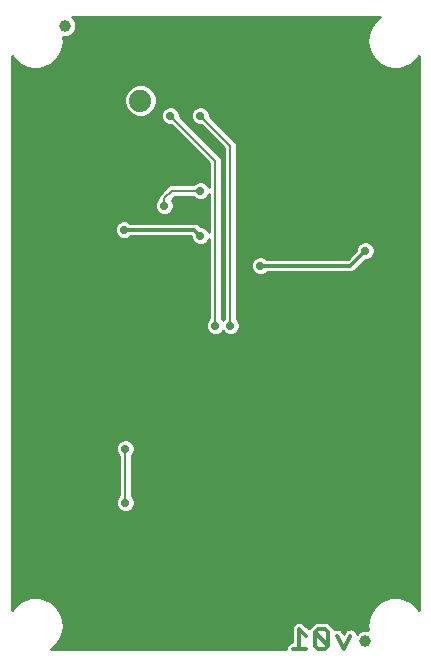
<source format=gbl>
G75*
%MOIN*%
%OFA0B0*%
%FSLAX25Y25*%
%IPPOS*%
%LPD*%
%AMOC8*
5,1,8,0,0,1.08239X$1,22.5*
%
%ADD10C,0.01200*%
%ADD11C,0.07400*%
%ADD12C,0.03937*%
%ADD13C,0.01000*%
%ADD14C,0.02900*%
%ADD15C,0.00700*%
D10*
X0214013Y0052100D02*
X0218550Y0052100D01*
X0216282Y0052100D02*
X0216282Y0058906D01*
X0218550Y0056637D01*
X0221379Y0057772D02*
X0221379Y0053234D01*
X0222514Y0052100D01*
X0224782Y0052100D01*
X0225916Y0053234D01*
X0221379Y0057772D01*
X0222514Y0058906D01*
X0224782Y0058906D01*
X0225916Y0057772D01*
X0225916Y0053234D01*
X0228746Y0056637D02*
X0231014Y0052100D01*
X0233283Y0056637D01*
X0233333Y0180000D02*
X0203333Y0180000D01*
X0183334Y0190000D02*
X0181334Y0192000D01*
X0157833Y0192000D01*
X0233333Y0180000D02*
X0238333Y0185000D01*
D11*
X0163334Y0234997D03*
D12*
X0138333Y0260000D03*
X0238333Y0055000D03*
D13*
X0120433Y0065117D02*
X0120433Y0249883D01*
X0121021Y0248865D01*
X0121021Y0248865D01*
X0123561Y0246734D01*
X0126676Y0245600D01*
X0129203Y0245600D01*
X0129991Y0245600D01*
X0133106Y0246734D01*
X0135645Y0248865D01*
X0137303Y0251735D01*
X0137303Y0251735D01*
X0137878Y0255000D01*
X0137644Y0256331D01*
X0139063Y0256331D01*
X0140411Y0256890D01*
X0141443Y0257922D01*
X0142002Y0259270D01*
X0142002Y0260730D01*
X0141443Y0262078D01*
X0140621Y0262900D01*
X0243124Y0262900D01*
X0241021Y0261135D01*
X0239364Y0258265D01*
X0239364Y0258265D01*
X0238788Y0255000D01*
X0239364Y0251735D01*
X0241021Y0248865D01*
X0241021Y0248865D01*
X0243561Y0246734D01*
X0246676Y0245600D01*
X0249991Y0245600D01*
X0253106Y0246734D01*
X0255645Y0248865D01*
X0256233Y0249883D01*
X0256233Y0065117D01*
X0255645Y0066135D01*
X0255645Y0066135D01*
X0253106Y0068266D01*
X0253106Y0068266D01*
X0249991Y0069400D01*
X0246676Y0069400D01*
X0243561Y0068266D01*
X0241021Y0066135D01*
X0239364Y0063265D01*
X0238788Y0060000D01*
X0239023Y0058668D01*
X0237604Y0058668D01*
X0236255Y0058110D01*
X0235476Y0057331D01*
X0235163Y0058268D01*
X0233459Y0059120D01*
X0231652Y0058518D01*
X0231014Y0057243D01*
X0230377Y0058518D01*
X0228569Y0059120D01*
X0228070Y0058871D01*
X0227082Y0059858D01*
X0225735Y0061206D01*
X0221561Y0061206D01*
X0220427Y0060071D01*
X0220427Y0060071D01*
X0219398Y0059042D01*
X0218582Y0059858D01*
X0217234Y0061206D01*
X0215329Y0061206D01*
X0213982Y0059858D01*
X0213982Y0054400D01*
X0213060Y0054400D01*
X0211713Y0053053D01*
X0211713Y0052100D01*
X0133542Y0052100D01*
X0135645Y0053865D01*
X0137303Y0056735D01*
X0137303Y0056735D01*
X0137878Y0060000D01*
X0137303Y0063265D01*
X0135645Y0066135D01*
X0135645Y0066135D01*
X0133106Y0068266D01*
X0133106Y0068266D01*
X0129991Y0069400D01*
X0126676Y0069400D01*
X0123561Y0068266D01*
X0123561Y0068266D01*
X0121021Y0066135D01*
X0120433Y0065117D01*
X0120433Y0065976D02*
X0120930Y0065976D01*
X0121021Y0066135D02*
X0121021Y0066135D01*
X0121021Y0066135D01*
X0120433Y0066975D02*
X0122022Y0066975D01*
X0123212Y0067973D02*
X0120433Y0067973D01*
X0120433Y0068972D02*
X0125499Y0068972D01*
X0120433Y0069970D02*
X0256233Y0069970D01*
X0256233Y0068972D02*
X0251167Y0068972D01*
X0253455Y0067973D02*
X0256233Y0067973D01*
X0256233Y0066975D02*
X0254645Y0066975D01*
X0255737Y0065976D02*
X0256233Y0065976D01*
X0256233Y0070969D02*
X0120433Y0070969D01*
X0120433Y0071967D02*
X0256233Y0071967D01*
X0256233Y0072966D02*
X0120433Y0072966D01*
X0120433Y0073964D02*
X0256233Y0073964D01*
X0256233Y0074963D02*
X0120433Y0074963D01*
X0120433Y0075961D02*
X0256233Y0075961D01*
X0256233Y0076960D02*
X0120433Y0076960D01*
X0120433Y0077958D02*
X0256233Y0077958D01*
X0256233Y0078957D02*
X0120433Y0078957D01*
X0120433Y0079955D02*
X0256233Y0079955D01*
X0256233Y0080954D02*
X0120433Y0080954D01*
X0120433Y0081952D02*
X0256233Y0081952D01*
X0256233Y0082951D02*
X0120433Y0082951D01*
X0120433Y0083949D02*
X0256233Y0083949D01*
X0256233Y0084948D02*
X0120433Y0084948D01*
X0120433Y0085946D02*
X0256233Y0085946D01*
X0256233Y0086945D02*
X0120433Y0086945D01*
X0120433Y0087943D02*
X0256233Y0087943D01*
X0256233Y0088942D02*
X0120433Y0088942D01*
X0120433Y0089940D02*
X0256233Y0089940D01*
X0256233Y0090939D02*
X0120433Y0090939D01*
X0120433Y0091937D02*
X0256233Y0091937D01*
X0256233Y0092936D02*
X0120433Y0092936D01*
X0120433Y0093934D02*
X0256233Y0093934D01*
X0256233Y0094933D02*
X0120433Y0094933D01*
X0120433Y0095932D02*
X0256233Y0095932D01*
X0256233Y0096930D02*
X0120433Y0096930D01*
X0120433Y0097929D02*
X0157517Y0097929D01*
X0157707Y0097850D02*
X0158960Y0097850D01*
X0160118Y0098330D01*
X0161004Y0099216D01*
X0161483Y0100373D01*
X0161483Y0101627D01*
X0161004Y0102784D01*
X0160383Y0103405D01*
X0160383Y0116595D01*
X0161004Y0117216D01*
X0161483Y0118373D01*
X0161483Y0119627D01*
X0161004Y0120784D01*
X0160118Y0121670D01*
X0158960Y0122150D01*
X0157707Y0122150D01*
X0156549Y0121670D01*
X0155663Y0120784D01*
X0155183Y0119627D01*
X0155183Y0118373D01*
X0155663Y0117216D01*
X0156283Y0116595D01*
X0156283Y0103405D01*
X0155663Y0102784D01*
X0155183Y0101627D01*
X0155183Y0100373D01*
X0155663Y0099216D01*
X0156549Y0098330D01*
X0157707Y0097850D01*
X0159150Y0097929D02*
X0256233Y0097929D01*
X0256233Y0098927D02*
X0160715Y0098927D01*
X0161298Y0099926D02*
X0256233Y0099926D01*
X0256233Y0100924D02*
X0161483Y0100924D01*
X0161361Y0101923D02*
X0256233Y0101923D01*
X0256233Y0102921D02*
X0160867Y0102921D01*
X0160383Y0103920D02*
X0256233Y0103920D01*
X0256233Y0104918D02*
X0160383Y0104918D01*
X0160383Y0105917D02*
X0256233Y0105917D01*
X0256233Y0106915D02*
X0160383Y0106915D01*
X0160383Y0107914D02*
X0256233Y0107914D01*
X0256233Y0108912D02*
X0160383Y0108912D01*
X0160383Y0109911D02*
X0256233Y0109911D01*
X0256233Y0110909D02*
X0160383Y0110909D01*
X0160383Y0111908D02*
X0256233Y0111908D01*
X0256233Y0112906D02*
X0160383Y0112906D01*
X0160383Y0113905D02*
X0256233Y0113905D01*
X0256233Y0114903D02*
X0160383Y0114903D01*
X0160383Y0115902D02*
X0256233Y0115902D01*
X0256233Y0116900D02*
X0160688Y0116900D01*
X0161287Y0117899D02*
X0256233Y0117899D01*
X0256233Y0118897D02*
X0161483Y0118897D01*
X0161372Y0119896D02*
X0256233Y0119896D01*
X0256233Y0120894D02*
X0160894Y0120894D01*
X0159581Y0121893D02*
X0256233Y0121893D01*
X0256233Y0122891D02*
X0120433Y0122891D01*
X0120433Y0121893D02*
X0157086Y0121893D01*
X0155773Y0120894D02*
X0120433Y0120894D01*
X0120433Y0119896D02*
X0155295Y0119896D01*
X0155183Y0118897D02*
X0120433Y0118897D01*
X0120433Y0117899D02*
X0155380Y0117899D01*
X0155978Y0116900D02*
X0120433Y0116900D01*
X0120433Y0115902D02*
X0156283Y0115902D01*
X0156283Y0114903D02*
X0120433Y0114903D01*
X0120433Y0113905D02*
X0156283Y0113905D01*
X0156283Y0112906D02*
X0120433Y0112906D01*
X0120433Y0111908D02*
X0156283Y0111908D01*
X0156283Y0110909D02*
X0120433Y0110909D01*
X0120433Y0109911D02*
X0156283Y0109911D01*
X0156283Y0108912D02*
X0120433Y0108912D01*
X0120433Y0107914D02*
X0156283Y0107914D01*
X0156283Y0106915D02*
X0120433Y0106915D01*
X0120433Y0105917D02*
X0156283Y0105917D01*
X0156283Y0104918D02*
X0120433Y0104918D01*
X0120433Y0103920D02*
X0156283Y0103920D01*
X0155800Y0102921D02*
X0120433Y0102921D01*
X0120433Y0101923D02*
X0155306Y0101923D01*
X0155183Y0100924D02*
X0120433Y0100924D01*
X0120433Y0099926D02*
X0155369Y0099926D01*
X0155951Y0098927D02*
X0120433Y0098927D01*
X0120433Y0123890D02*
X0256233Y0123890D01*
X0256233Y0124888D02*
X0120433Y0124888D01*
X0120433Y0125887D02*
X0256233Y0125887D01*
X0256233Y0126885D02*
X0120433Y0126885D01*
X0120433Y0127884D02*
X0256233Y0127884D01*
X0256233Y0128882D02*
X0120433Y0128882D01*
X0120433Y0129881D02*
X0256233Y0129881D01*
X0256233Y0130879D02*
X0120433Y0130879D01*
X0120433Y0131878D02*
X0256233Y0131878D01*
X0256233Y0132876D02*
X0120433Y0132876D01*
X0120433Y0133875D02*
X0256233Y0133875D01*
X0256233Y0134873D02*
X0120433Y0134873D01*
X0120433Y0135872D02*
X0256233Y0135872D01*
X0256233Y0136870D02*
X0120433Y0136870D01*
X0120433Y0137869D02*
X0256233Y0137869D01*
X0256233Y0138868D02*
X0120433Y0138868D01*
X0120433Y0139866D02*
X0256233Y0139866D01*
X0256233Y0140865D02*
X0120433Y0140865D01*
X0120433Y0141863D02*
X0256233Y0141863D01*
X0256233Y0142862D02*
X0120433Y0142862D01*
X0120433Y0143860D02*
X0256233Y0143860D01*
X0256233Y0144859D02*
X0120433Y0144859D01*
X0120433Y0145857D02*
X0256233Y0145857D01*
X0256233Y0146856D02*
X0120433Y0146856D01*
X0120433Y0147854D02*
X0256233Y0147854D01*
X0256233Y0148853D02*
X0120433Y0148853D01*
X0120433Y0149851D02*
X0256233Y0149851D01*
X0256233Y0150850D02*
X0120433Y0150850D01*
X0120433Y0151848D02*
X0256233Y0151848D01*
X0256233Y0152847D02*
X0120433Y0152847D01*
X0120433Y0153845D02*
X0256233Y0153845D01*
X0256233Y0154844D02*
X0120433Y0154844D01*
X0120433Y0155842D02*
X0256233Y0155842D01*
X0256233Y0156841D02*
X0120433Y0156841D01*
X0120433Y0157839D02*
X0186039Y0157839D01*
X0185663Y0158216D02*
X0186549Y0157330D01*
X0187707Y0156850D01*
X0188960Y0156850D01*
X0190118Y0157330D01*
X0190833Y0158045D01*
X0191549Y0157330D01*
X0192707Y0156850D01*
X0193960Y0156850D01*
X0195118Y0157330D01*
X0196004Y0158216D01*
X0196483Y0159373D01*
X0196483Y0160627D01*
X0196004Y0161784D01*
X0195383Y0162405D01*
X0195383Y0220849D01*
X0194182Y0222050D01*
X0186483Y0229749D01*
X0186483Y0230627D01*
X0186004Y0231784D01*
X0185118Y0232670D01*
X0183960Y0233150D01*
X0182707Y0233150D01*
X0181549Y0232670D01*
X0180663Y0231784D01*
X0180183Y0230627D01*
X0180183Y0229373D01*
X0180663Y0228216D01*
X0181549Y0227330D01*
X0182707Y0226850D01*
X0183584Y0226850D01*
X0191283Y0219151D01*
X0191283Y0162405D01*
X0190833Y0161955D01*
X0190383Y0162405D01*
X0190383Y0215849D01*
X0176483Y0229749D01*
X0176483Y0230627D01*
X0176004Y0231784D01*
X0175118Y0232670D01*
X0173960Y0233150D01*
X0172707Y0233150D01*
X0171549Y0232670D01*
X0170663Y0231784D01*
X0170183Y0230627D01*
X0170183Y0229373D01*
X0170663Y0228216D01*
X0171549Y0227330D01*
X0172707Y0226850D01*
X0173584Y0226850D01*
X0186283Y0214151D01*
X0186283Y0206107D01*
X0186004Y0206781D01*
X0185118Y0207667D01*
X0183960Y0208147D01*
X0182707Y0208147D01*
X0181549Y0207667D01*
X0180929Y0207047D01*
X0172985Y0207047D01*
X0170485Y0204547D01*
X0169284Y0203346D01*
X0169284Y0202402D01*
X0168663Y0201781D01*
X0168184Y0200623D01*
X0168184Y0199370D01*
X0168663Y0198213D01*
X0169549Y0197326D01*
X0170707Y0196847D01*
X0171960Y0196847D01*
X0173118Y0197326D01*
X0174004Y0198213D01*
X0174484Y0199370D01*
X0174484Y0200623D01*
X0174004Y0201781D01*
X0173761Y0202025D01*
X0174683Y0202947D01*
X0180929Y0202947D01*
X0181549Y0202326D01*
X0182707Y0201847D01*
X0183960Y0201847D01*
X0185118Y0202326D01*
X0186004Y0203213D01*
X0186283Y0203886D01*
X0186283Y0191110D01*
X0186004Y0191784D01*
X0185118Y0192670D01*
X0183960Y0193150D01*
X0183436Y0193150D01*
X0182286Y0194300D01*
X0159988Y0194300D01*
X0159618Y0194670D01*
X0158460Y0195150D01*
X0157207Y0195150D01*
X0156049Y0194670D01*
X0155163Y0193784D01*
X0154683Y0192627D01*
X0154683Y0191373D01*
X0155163Y0190216D01*
X0156049Y0189330D01*
X0157207Y0188850D01*
X0158460Y0188850D01*
X0159618Y0189330D01*
X0159988Y0189700D01*
X0180184Y0189700D01*
X0180184Y0189373D01*
X0180663Y0188216D01*
X0181549Y0187330D01*
X0182707Y0186850D01*
X0183960Y0186850D01*
X0185118Y0187330D01*
X0186004Y0188216D01*
X0186283Y0188889D01*
X0186283Y0162405D01*
X0185663Y0161784D01*
X0185183Y0160627D01*
X0185183Y0159373D01*
X0185663Y0158216D01*
X0185405Y0158838D02*
X0120433Y0158838D01*
X0120433Y0159836D02*
X0185183Y0159836D01*
X0185270Y0160835D02*
X0120433Y0160835D01*
X0120433Y0161833D02*
X0185712Y0161833D01*
X0186283Y0162832D02*
X0120433Y0162832D01*
X0120433Y0163830D02*
X0186283Y0163830D01*
X0186283Y0164829D02*
X0120433Y0164829D01*
X0120433Y0165827D02*
X0186283Y0165827D01*
X0186283Y0166826D02*
X0120433Y0166826D01*
X0120433Y0167824D02*
X0186283Y0167824D01*
X0186283Y0168823D02*
X0120433Y0168823D01*
X0120433Y0169821D02*
X0186283Y0169821D01*
X0186283Y0170820D02*
X0120433Y0170820D01*
X0120433Y0171818D02*
X0186283Y0171818D01*
X0186283Y0172817D02*
X0120433Y0172817D01*
X0120433Y0173815D02*
X0186283Y0173815D01*
X0186283Y0174814D02*
X0120433Y0174814D01*
X0120433Y0175812D02*
X0186283Y0175812D01*
X0186283Y0176811D02*
X0120433Y0176811D01*
X0120433Y0177809D02*
X0186283Y0177809D01*
X0186283Y0178808D02*
X0120433Y0178808D01*
X0120433Y0179806D02*
X0186283Y0179806D01*
X0186283Y0180805D02*
X0120433Y0180805D01*
X0120433Y0181803D02*
X0186283Y0181803D01*
X0186283Y0182802D02*
X0120433Y0182802D01*
X0120433Y0183801D02*
X0186283Y0183801D01*
X0186283Y0184799D02*
X0120433Y0184799D01*
X0120433Y0185798D02*
X0186283Y0185798D01*
X0186283Y0186796D02*
X0120433Y0186796D01*
X0120433Y0187795D02*
X0181084Y0187795D01*
X0180424Y0188793D02*
X0120433Y0188793D01*
X0120433Y0189792D02*
X0155587Y0189792D01*
X0154925Y0190790D02*
X0120433Y0190790D01*
X0120433Y0191789D02*
X0154683Y0191789D01*
X0154750Y0192787D02*
X0120433Y0192787D01*
X0120433Y0193786D02*
X0155164Y0193786D01*
X0156324Y0194784D02*
X0120433Y0194784D01*
X0120433Y0195783D02*
X0186283Y0195783D01*
X0186283Y0196781D02*
X0120433Y0196781D01*
X0120433Y0197780D02*
X0169096Y0197780D01*
X0168429Y0198778D02*
X0120433Y0198778D01*
X0120433Y0199777D02*
X0168184Y0199777D01*
X0168247Y0200775D02*
X0120433Y0200775D01*
X0120433Y0201774D02*
X0168660Y0201774D01*
X0169284Y0202772D02*
X0120433Y0202772D01*
X0120433Y0203771D02*
X0169708Y0203771D01*
X0170707Y0204769D02*
X0120433Y0204769D01*
X0120433Y0205768D02*
X0171705Y0205768D01*
X0172704Y0206766D02*
X0120433Y0206766D01*
X0120433Y0207765D02*
X0181785Y0207765D01*
X0184883Y0207765D02*
X0186283Y0207765D01*
X0186283Y0208763D02*
X0120433Y0208763D01*
X0120433Y0209762D02*
X0186283Y0209762D01*
X0186283Y0210760D02*
X0120433Y0210760D01*
X0120433Y0211759D02*
X0186283Y0211759D01*
X0186283Y0212757D02*
X0120433Y0212757D01*
X0120433Y0213756D02*
X0186283Y0213756D01*
X0185680Y0214754D02*
X0120433Y0214754D01*
X0120433Y0215753D02*
X0184681Y0215753D01*
X0183683Y0216751D02*
X0120433Y0216751D01*
X0120433Y0217750D02*
X0182684Y0217750D01*
X0181686Y0218748D02*
X0120433Y0218748D01*
X0120433Y0219747D02*
X0180687Y0219747D01*
X0179689Y0220745D02*
X0120433Y0220745D01*
X0120433Y0221744D02*
X0178690Y0221744D01*
X0177692Y0222742D02*
X0120433Y0222742D01*
X0120433Y0223741D02*
X0176693Y0223741D01*
X0175695Y0224739D02*
X0120433Y0224739D01*
X0120433Y0225738D02*
X0174696Y0225738D01*
X0173698Y0226737D02*
X0120433Y0226737D01*
X0120433Y0227735D02*
X0171144Y0227735D01*
X0170448Y0228734D02*
X0120433Y0228734D01*
X0120433Y0229732D02*
X0161933Y0229732D01*
X0162260Y0229597D02*
X0164408Y0229597D01*
X0166393Y0230419D01*
X0167912Y0231938D01*
X0168734Y0233923D01*
X0168734Y0236071D01*
X0167912Y0238056D01*
X0166393Y0239575D01*
X0164408Y0240397D01*
X0162260Y0240397D01*
X0160275Y0239575D01*
X0158756Y0238056D01*
X0157934Y0236071D01*
X0157934Y0233923D01*
X0158756Y0231938D01*
X0160275Y0230419D01*
X0162260Y0229597D01*
X0164734Y0229732D02*
X0170183Y0229732D01*
X0170226Y0230731D02*
X0166704Y0230731D01*
X0167703Y0231729D02*
X0170640Y0231729D01*
X0171687Y0232728D02*
X0168239Y0232728D01*
X0168652Y0233726D02*
X0256233Y0233726D01*
X0256233Y0232728D02*
X0184980Y0232728D01*
X0186027Y0231729D02*
X0256233Y0231729D01*
X0256233Y0230731D02*
X0186440Y0230731D01*
X0186500Y0229732D02*
X0256233Y0229732D01*
X0256233Y0228734D02*
X0187499Y0228734D01*
X0188497Y0227735D02*
X0256233Y0227735D01*
X0256233Y0226737D02*
X0189496Y0226737D01*
X0190494Y0225738D02*
X0256233Y0225738D01*
X0256233Y0224739D02*
X0191493Y0224739D01*
X0192491Y0223741D02*
X0256233Y0223741D01*
X0256233Y0222742D02*
X0193490Y0222742D01*
X0194489Y0221744D02*
X0256233Y0221744D01*
X0256233Y0220745D02*
X0195383Y0220745D01*
X0195383Y0219747D02*
X0256233Y0219747D01*
X0256233Y0218748D02*
X0195383Y0218748D01*
X0195383Y0217750D02*
X0256233Y0217750D01*
X0256233Y0216751D02*
X0195383Y0216751D01*
X0195383Y0215753D02*
X0256233Y0215753D01*
X0256233Y0214754D02*
X0195383Y0214754D01*
X0195383Y0213756D02*
X0256233Y0213756D01*
X0256233Y0212757D02*
X0195383Y0212757D01*
X0195383Y0211759D02*
X0256233Y0211759D01*
X0256233Y0210760D02*
X0195383Y0210760D01*
X0195383Y0209762D02*
X0256233Y0209762D01*
X0256233Y0208763D02*
X0195383Y0208763D01*
X0195383Y0207765D02*
X0256233Y0207765D01*
X0256233Y0206766D02*
X0195383Y0206766D01*
X0195383Y0205768D02*
X0256233Y0205768D01*
X0256233Y0204769D02*
X0195383Y0204769D01*
X0195383Y0203771D02*
X0256233Y0203771D01*
X0256233Y0202772D02*
X0195383Y0202772D01*
X0195383Y0201774D02*
X0256233Y0201774D01*
X0256233Y0200775D02*
X0195383Y0200775D01*
X0195383Y0199777D02*
X0256233Y0199777D01*
X0256233Y0198778D02*
X0195383Y0198778D01*
X0195383Y0197780D02*
X0256233Y0197780D01*
X0256233Y0196781D02*
X0195383Y0196781D01*
X0195383Y0195783D02*
X0256233Y0195783D01*
X0256233Y0194784D02*
X0195383Y0194784D01*
X0195383Y0193786D02*
X0256233Y0193786D01*
X0256233Y0192787D02*
X0195383Y0192787D01*
X0195383Y0191789D02*
X0256233Y0191789D01*
X0256233Y0190790D02*
X0195383Y0190790D01*
X0195383Y0189792D02*
X0256233Y0189792D01*
X0256233Y0188793D02*
X0195383Y0188793D01*
X0195383Y0187795D02*
X0236849Y0187795D01*
X0236549Y0187670D02*
X0235663Y0186784D01*
X0235183Y0185627D01*
X0235183Y0185103D01*
X0232381Y0182300D01*
X0205488Y0182300D01*
X0205118Y0182670D01*
X0203960Y0183150D01*
X0202707Y0183150D01*
X0201549Y0182670D01*
X0200663Y0181784D01*
X0200183Y0180627D01*
X0200183Y0179373D01*
X0200663Y0178216D01*
X0201549Y0177330D01*
X0202707Y0176850D01*
X0203960Y0176850D01*
X0205118Y0177330D01*
X0205488Y0177700D01*
X0234286Y0177700D01*
X0238436Y0181850D01*
X0238960Y0181850D01*
X0240118Y0182330D01*
X0241004Y0183216D01*
X0241483Y0184373D01*
X0241483Y0185627D01*
X0241004Y0186784D01*
X0240118Y0187670D01*
X0238960Y0188150D01*
X0237707Y0188150D01*
X0236549Y0187670D01*
X0235675Y0186796D02*
X0195383Y0186796D01*
X0195383Y0185798D02*
X0235254Y0185798D01*
X0234880Y0184799D02*
X0195383Y0184799D01*
X0195383Y0183801D02*
X0233881Y0183801D01*
X0232883Y0182802D02*
X0204800Y0182802D01*
X0201867Y0182802D02*
X0195383Y0182802D01*
X0195383Y0181803D02*
X0200682Y0181803D01*
X0200257Y0180805D02*
X0195383Y0180805D01*
X0195383Y0179806D02*
X0200183Y0179806D01*
X0200418Y0178808D02*
X0195383Y0178808D01*
X0195383Y0177809D02*
X0201069Y0177809D01*
X0195383Y0176811D02*
X0256233Y0176811D01*
X0256233Y0177809D02*
X0234395Y0177809D01*
X0235394Y0178808D02*
X0256233Y0178808D01*
X0256233Y0179806D02*
X0236392Y0179806D01*
X0237391Y0180805D02*
X0256233Y0180805D01*
X0256233Y0181803D02*
X0238390Y0181803D01*
X0240590Y0182802D02*
X0256233Y0182802D01*
X0256233Y0183801D02*
X0241246Y0183801D01*
X0241483Y0184799D02*
X0256233Y0184799D01*
X0256233Y0185798D02*
X0241413Y0185798D01*
X0240992Y0186796D02*
X0256233Y0186796D01*
X0256233Y0187795D02*
X0239818Y0187795D01*
X0256233Y0175812D02*
X0195383Y0175812D01*
X0195383Y0174814D02*
X0256233Y0174814D01*
X0256233Y0173815D02*
X0195383Y0173815D01*
X0195383Y0172817D02*
X0256233Y0172817D01*
X0256233Y0171818D02*
X0195383Y0171818D01*
X0195383Y0170820D02*
X0256233Y0170820D01*
X0256233Y0169821D02*
X0195383Y0169821D01*
X0195383Y0168823D02*
X0256233Y0168823D01*
X0256233Y0167824D02*
X0195383Y0167824D01*
X0195383Y0166826D02*
X0256233Y0166826D01*
X0256233Y0165827D02*
X0195383Y0165827D01*
X0195383Y0164829D02*
X0256233Y0164829D01*
X0256233Y0163830D02*
X0195383Y0163830D01*
X0195383Y0162832D02*
X0256233Y0162832D01*
X0256233Y0161833D02*
X0195955Y0161833D01*
X0196397Y0160835D02*
X0256233Y0160835D01*
X0256233Y0159836D02*
X0196483Y0159836D01*
X0196261Y0158838D02*
X0256233Y0158838D01*
X0256233Y0157839D02*
X0195627Y0157839D01*
X0191039Y0157839D02*
X0190627Y0157839D01*
X0190383Y0162832D02*
X0191283Y0162832D01*
X0191283Y0163830D02*
X0190383Y0163830D01*
X0190383Y0164829D02*
X0191283Y0164829D01*
X0191283Y0165827D02*
X0190383Y0165827D01*
X0190383Y0166826D02*
X0191283Y0166826D01*
X0191283Y0167824D02*
X0190383Y0167824D01*
X0190383Y0168823D02*
X0191283Y0168823D01*
X0191283Y0169821D02*
X0190383Y0169821D01*
X0190383Y0170820D02*
X0191283Y0170820D01*
X0191283Y0171818D02*
X0190383Y0171818D01*
X0190383Y0172817D02*
X0191283Y0172817D01*
X0191283Y0173815D02*
X0190383Y0173815D01*
X0190383Y0174814D02*
X0191283Y0174814D01*
X0191283Y0175812D02*
X0190383Y0175812D01*
X0190383Y0176811D02*
X0191283Y0176811D01*
X0191283Y0177809D02*
X0190383Y0177809D01*
X0190383Y0178808D02*
X0191283Y0178808D01*
X0191283Y0179806D02*
X0190383Y0179806D01*
X0190383Y0180805D02*
X0191283Y0180805D01*
X0191283Y0181803D02*
X0190383Y0181803D01*
X0190383Y0182802D02*
X0191283Y0182802D01*
X0191283Y0183801D02*
X0190383Y0183801D01*
X0190383Y0184799D02*
X0191283Y0184799D01*
X0191283Y0185798D02*
X0190383Y0185798D01*
X0190383Y0186796D02*
X0191283Y0186796D01*
X0191283Y0187795D02*
X0190383Y0187795D01*
X0190383Y0188793D02*
X0191283Y0188793D01*
X0191283Y0189792D02*
X0190383Y0189792D01*
X0190383Y0190790D02*
X0191283Y0190790D01*
X0191283Y0191789D02*
X0190383Y0191789D01*
X0190383Y0192787D02*
X0191283Y0192787D01*
X0191283Y0193786D02*
X0190383Y0193786D01*
X0190383Y0194784D02*
X0191283Y0194784D01*
X0191283Y0195783D02*
X0190383Y0195783D01*
X0190383Y0196781D02*
X0191283Y0196781D01*
X0191283Y0197780D02*
X0190383Y0197780D01*
X0190383Y0198778D02*
X0191283Y0198778D01*
X0191283Y0199777D02*
X0190383Y0199777D01*
X0190383Y0200775D02*
X0191283Y0200775D01*
X0191283Y0201774D02*
X0190383Y0201774D01*
X0190383Y0202772D02*
X0191283Y0202772D01*
X0191283Y0203771D02*
X0190383Y0203771D01*
X0190383Y0204769D02*
X0191283Y0204769D01*
X0191283Y0205768D02*
X0190383Y0205768D01*
X0190383Y0206766D02*
X0191283Y0206766D01*
X0191283Y0207765D02*
X0190383Y0207765D01*
X0190383Y0208763D02*
X0191283Y0208763D01*
X0191283Y0209762D02*
X0190383Y0209762D01*
X0190383Y0210760D02*
X0191283Y0210760D01*
X0191283Y0211759D02*
X0190383Y0211759D01*
X0190383Y0212757D02*
X0191283Y0212757D01*
X0191283Y0213756D02*
X0190383Y0213756D01*
X0190383Y0214754D02*
X0191283Y0214754D01*
X0191283Y0215753D02*
X0190383Y0215753D01*
X0191283Y0216751D02*
X0189481Y0216751D01*
X0188483Y0217750D02*
X0191283Y0217750D01*
X0191283Y0218748D02*
X0187484Y0218748D01*
X0186486Y0219747D02*
X0190687Y0219747D01*
X0189689Y0220745D02*
X0185487Y0220745D01*
X0184489Y0221744D02*
X0188690Y0221744D01*
X0187692Y0222742D02*
X0183490Y0222742D01*
X0182491Y0223741D02*
X0186693Y0223741D01*
X0185695Y0224739D02*
X0181493Y0224739D01*
X0180494Y0225738D02*
X0184696Y0225738D01*
X0183698Y0226737D02*
X0179496Y0226737D01*
X0178497Y0227735D02*
X0181144Y0227735D01*
X0180448Y0228734D02*
X0177499Y0228734D01*
X0176500Y0229732D02*
X0180183Y0229732D01*
X0180226Y0230731D02*
X0176440Y0230731D01*
X0176027Y0231729D02*
X0180640Y0231729D01*
X0181687Y0232728D02*
X0174980Y0232728D01*
X0168734Y0234725D02*
X0256233Y0234725D01*
X0256233Y0235723D02*
X0168734Y0235723D01*
X0168464Y0236722D02*
X0256233Y0236722D01*
X0256233Y0237720D02*
X0168051Y0237720D01*
X0167249Y0238719D02*
X0256233Y0238719D01*
X0256233Y0239717D02*
X0166049Y0239717D01*
X0160619Y0239717D02*
X0120433Y0239717D01*
X0120433Y0238719D02*
X0159419Y0238719D01*
X0158617Y0237720D02*
X0120433Y0237720D01*
X0120433Y0236722D02*
X0158203Y0236722D01*
X0157934Y0235723D02*
X0120433Y0235723D01*
X0120433Y0234725D02*
X0157934Y0234725D01*
X0158015Y0233726D02*
X0120433Y0233726D01*
X0120433Y0232728D02*
X0158429Y0232728D01*
X0158965Y0231729D02*
X0120433Y0231729D01*
X0120433Y0230731D02*
X0159963Y0230731D01*
X0135645Y0248865D02*
X0135645Y0248865D01*
X0135645Y0248865D01*
X0135454Y0248704D02*
X0241213Y0248704D01*
X0240538Y0249702D02*
X0136129Y0249702D01*
X0136705Y0250701D02*
X0239961Y0250701D01*
X0239385Y0251699D02*
X0137282Y0251699D01*
X0137472Y0252698D02*
X0239194Y0252698D01*
X0239364Y0251735D02*
X0239364Y0251735D01*
X0239018Y0253696D02*
X0137648Y0253696D01*
X0137825Y0254695D02*
X0238842Y0254695D01*
X0238788Y0255000D02*
X0238788Y0255000D01*
X0238911Y0255693D02*
X0137756Y0255693D01*
X0137878Y0255000D02*
X0137878Y0255000D01*
X0139933Y0256692D02*
X0239087Y0256692D01*
X0239263Y0257690D02*
X0141212Y0257690D01*
X0141761Y0258689D02*
X0239609Y0258689D01*
X0240185Y0259687D02*
X0142002Y0259687D01*
X0142002Y0260686D02*
X0240762Y0260686D01*
X0241021Y0261135D02*
X0241021Y0261135D01*
X0241021Y0261135D01*
X0241676Y0261684D02*
X0141606Y0261684D01*
X0140838Y0262683D02*
X0242866Y0262683D01*
X0256129Y0249702D02*
X0256233Y0249702D01*
X0256233Y0248704D02*
X0255454Y0248704D01*
X0256233Y0247705D02*
X0254264Y0247705D01*
X0253106Y0246734D02*
X0253106Y0246734D01*
X0253032Y0246707D02*
X0256233Y0246707D01*
X0256233Y0245708D02*
X0250288Y0245708D01*
X0246379Y0245708D02*
X0130288Y0245708D01*
X0129991Y0245600D02*
X0129991Y0245600D01*
X0133032Y0246707D02*
X0243635Y0246707D01*
X0243561Y0246734D02*
X0243561Y0246734D01*
X0242403Y0247705D02*
X0134264Y0247705D01*
X0133106Y0246734D02*
X0133106Y0246734D01*
X0126379Y0245708D02*
X0120433Y0245708D01*
X0120433Y0244710D02*
X0256233Y0244710D01*
X0256233Y0243711D02*
X0120433Y0243711D01*
X0120433Y0242713D02*
X0256233Y0242713D01*
X0256233Y0241714D02*
X0120433Y0241714D01*
X0120433Y0240716D02*
X0256233Y0240716D01*
X0186283Y0206766D02*
X0186010Y0206766D01*
X0186235Y0203771D02*
X0186283Y0203771D01*
X0186283Y0202772D02*
X0185564Y0202772D01*
X0186283Y0201774D02*
X0174007Y0201774D01*
X0174421Y0200775D02*
X0186283Y0200775D01*
X0186283Y0199777D02*
X0174484Y0199777D01*
X0174239Y0198778D02*
X0186283Y0198778D01*
X0186283Y0197780D02*
X0173571Y0197780D01*
X0174508Y0202772D02*
X0181104Y0202772D01*
X0182801Y0193786D02*
X0186283Y0193786D01*
X0186283Y0194784D02*
X0159343Y0194784D01*
X0184836Y0192787D02*
X0186283Y0192787D01*
X0186283Y0191789D02*
X0186000Y0191789D01*
X0186243Y0188793D02*
X0186283Y0188793D01*
X0186283Y0187795D02*
X0185583Y0187795D01*
X0123635Y0246707D02*
X0120433Y0246707D01*
X0120433Y0247705D02*
X0122403Y0247705D01*
X0123561Y0246734D02*
X0123561Y0246734D01*
X0121213Y0248704D02*
X0120433Y0248704D01*
X0120433Y0249702D02*
X0120538Y0249702D01*
X0131167Y0068972D02*
X0245499Y0068972D01*
X0243561Y0068266D02*
X0243561Y0068266D01*
X0243212Y0067973D02*
X0133455Y0067973D01*
X0134645Y0066975D02*
X0242022Y0066975D01*
X0241021Y0066135D02*
X0241021Y0066135D01*
X0240929Y0065976D02*
X0135737Y0065976D01*
X0136314Y0064978D02*
X0240353Y0064978D01*
X0239777Y0063979D02*
X0136890Y0063979D01*
X0137303Y0063265D02*
X0137303Y0063265D01*
X0137353Y0062981D02*
X0239314Y0062981D01*
X0239138Y0061982D02*
X0137529Y0061982D01*
X0137705Y0060984D02*
X0215107Y0060984D01*
X0214108Y0059985D02*
X0137876Y0059985D01*
X0137878Y0060000D02*
X0137878Y0060000D01*
X0137700Y0058987D02*
X0213982Y0058987D01*
X0213982Y0057988D02*
X0137524Y0057988D01*
X0137348Y0056990D02*
X0213982Y0056990D01*
X0213982Y0055991D02*
X0136873Y0055991D01*
X0136296Y0054993D02*
X0213982Y0054993D01*
X0212654Y0053994D02*
X0135720Y0053994D01*
X0135645Y0053865D02*
X0135645Y0053865D01*
X0135645Y0053865D01*
X0134610Y0052996D02*
X0211713Y0052996D01*
X0218455Y0059985D02*
X0220340Y0059985D01*
X0221339Y0060984D02*
X0217456Y0060984D01*
X0225957Y0060984D02*
X0238962Y0060984D01*
X0238788Y0060000D02*
X0238788Y0060000D01*
X0238791Y0059985D02*
X0226956Y0059985D01*
X0227954Y0058987D02*
X0228301Y0058987D01*
X0228971Y0058987D02*
X0233058Y0058987D01*
X0233727Y0058987D02*
X0238967Y0058987D01*
X0236133Y0057988D02*
X0235257Y0057988D01*
X0231387Y0057988D02*
X0230642Y0057988D01*
D14*
X0231834Y0083997D03*
X0231834Y0124497D03*
X0198334Y0129997D03*
X0188333Y0145000D03*
X0178334Y0129997D03*
X0158333Y0119000D03*
X0143334Y0119997D03*
X0143334Y0139997D03*
X0148334Y0158997D03*
X0143334Y0179997D03*
X0157833Y0192000D03*
X0144834Y0198497D03*
X0171334Y0199997D03*
X0183334Y0204997D03*
X0173333Y0215000D03*
X0173333Y0230000D03*
X0183333Y0230000D03*
X0203333Y0215000D03*
X0231833Y0204000D03*
X0233333Y0195000D03*
X0238333Y0185000D03*
X0231833Y0165000D03*
X0231833Y0155000D03*
X0203333Y0180000D03*
X0183334Y0190000D03*
X0178334Y0182997D03*
X0188333Y0160000D03*
X0193333Y0160000D03*
X0158333Y0101000D03*
X0143334Y0099997D03*
X0148334Y0079997D03*
X0145833Y0260000D03*
X0218333Y0260000D03*
D15*
X0183333Y0230000D02*
X0193333Y0220000D01*
X0193333Y0160000D01*
X0188333Y0160000D02*
X0188333Y0215000D01*
X0173333Y0230000D01*
X0173834Y0204997D02*
X0171334Y0202497D01*
X0171334Y0199997D01*
X0173834Y0204997D02*
X0183334Y0204997D01*
X0158333Y0119000D02*
X0158333Y0101000D01*
M02*

</source>
